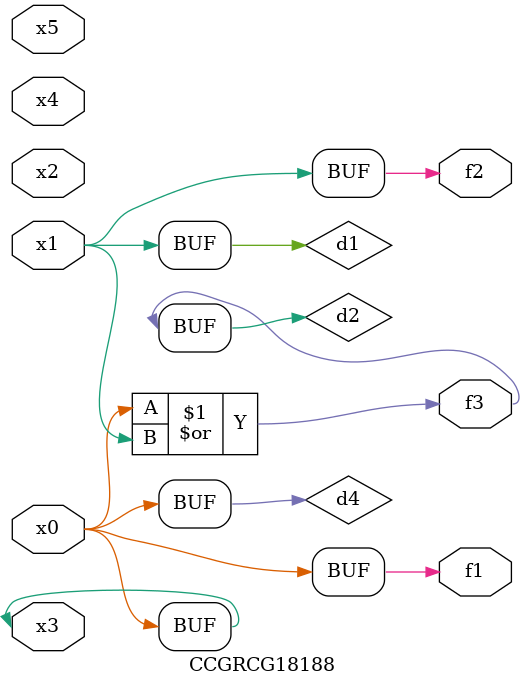
<source format=v>
module CCGRCG18188(
	input x0, x1, x2, x3, x4, x5,
	output f1, f2, f3
);

	wire d1, d2, d3, d4;

	and (d1, x1);
	or (d2, x0, x1);
	nand (d3, x0, x5);
	buf (d4, x0, x3);
	assign f1 = d4;
	assign f2 = d1;
	assign f3 = d2;
endmodule

</source>
